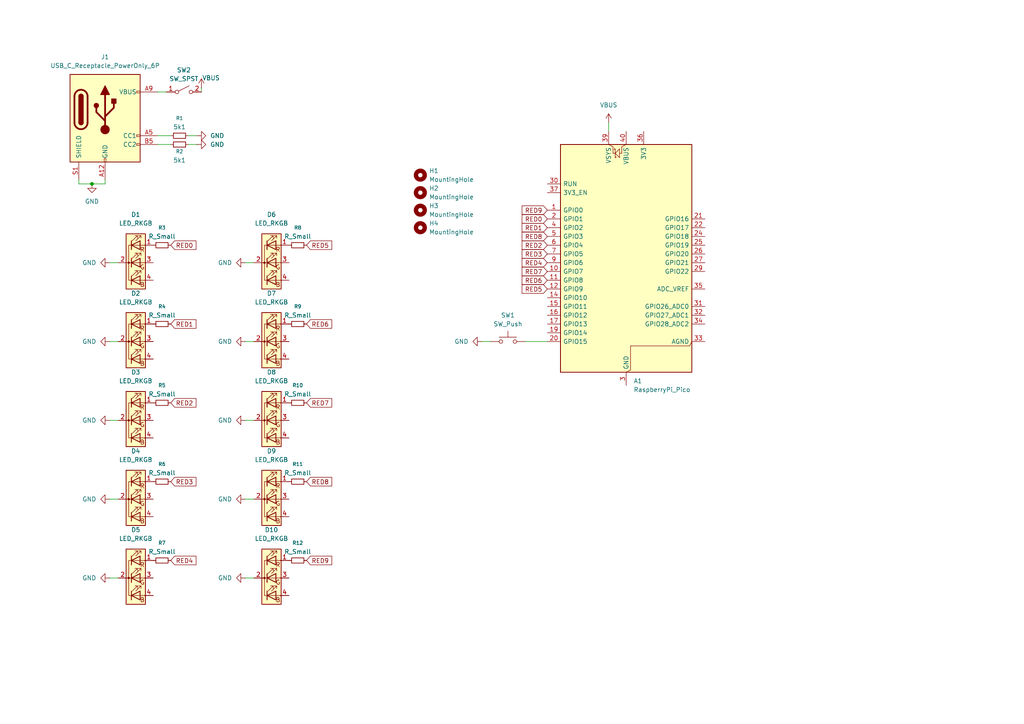
<source format=kicad_sch>
(kicad_sch (version 20250114) (generator "eeschema") (generator_version "9.0")
  (paper "A4")
  (lib_symbols
    (symbol "Connector:USB_C_Receptacle_PowerOnly_6P" (pin_names (offset 1.016))
      (property "Reference" "J" (at 0 16.51 0))
      (property "Value" "USB_C_Receptacle_PowerOnly_6P" (at 0 13.97 0))
      (symbol "USB_C_Receptacle_PowerOnly_6P_0_0"
        (rectangle (start -0.254 -12.7) (end 0.254 -11.684))
        (rectangle (start 10.16 7.874) (end 9.144 7.366))
        (rectangle (start 10.16 -4.826) (end 9.144 -5.334))
        (rectangle (start 10.16 -7.366) (end 9.144 -7.874))
      )
      (symbol "USB_C_Receptacle_PowerOnly_6P_0_1"
        (rectangle (start -10.16 12.7) (end 10.16 -12.7) (stroke (width 0.254)) (fill (type background)))
        (polyline (pts (xy -8.89 -1.27) (xy -8.89 6.35)) (stroke (width 0.508)))
        (rectangle (start -7.62 -1.27) (end -6.35 6.35) (stroke (width 0.254)) (fill (type outline)))
        (arc (start -7.62 6.35) (mid -6.985 6.9823) (end -6.35 6.35) (stroke (width 0.254)))
        (arc (start -7.62 6.35) (mid -6.985 6.9823) (end -6.35 6.35) (stroke (width 0.254)) (fill (type outline)))
        (arc (start -8.89 6.35) (mid -6.985 8.2467) (end -5.08 6.35) (stroke (width 0.508)))
        (arc (start -5.08 -1.27) (mid -6.985 -3.1667) (end -8.89 -1.27) (stroke (width 0.508)))
        (arc (start -6.35 -1.27) (mid -6.985 -1.9023) (end -7.62 -1.27) (stroke (width 0.254)))
        (arc (start -6.35 -1.27) (mid -6.985 -1.9023) (end -7.62 -1.27) (stroke (width 0.254)) (fill (type outline)))
        (polyline (pts (xy -5.08 6.35) (xy -5.08 -1.27)) (stroke (width 0.508)))
        (circle (center -2.54 3.683) (radius 0.635) (stroke (width 0.254)) (fill (type outline)))
        (polyline (pts (xy -1.27 6.858) (xy 0 9.398) (xy 1.27 6.858) (xy -1.27 6.858)) (stroke (width 0.254)) (fill (type outline)))
        (polyline (pts (xy 0 0.508) (xy 2.54 3.048) (xy 2.54 4.318)) (stroke (width 0.508)))
        (polyline (pts (xy 0 -0.762) (xy -2.54 1.778) (xy -2.54 3.048)) (stroke (width 0.508)))
        (polyline (pts (xy 0 -3.302) (xy 0 6.858)) (stroke (width 0.508)))
        (circle (center 0 -3.302) (radius 1.27) (fill (type outline)))
        (rectangle (start 1.905 4.318) (end 3.175 5.588) (stroke (width 0.254)) (fill (type outline)))
      )
      (symbol "USB_C_Receptacle_PowerOnly_6P_1_1"
        (pin passive line (at -7.62 -17.78 90) (length 5.08) (name "SHIELD") (number "S1"))
        (pin passive line (at 0 -17.78 90) (length 5.08) (name "GND") (number "A12"))
        (pin passive line (at 0 -17.78 90) (length 5.08) (hide yes) (name "GND") (number "B12"))
        (pin passive line (at 15.24 7.62 180) (length 5.08) (name "VBUS") (number "A9"))
        (pin passive line (at 15.24 7.62 180) (length 5.08) (hide yes) (name "VBUS") (number "B9"))
        (pin bidirectional line (at 15.24 -5.08 180) (length 5.08) (name "CC1") (number "A5"))
        (pin bidirectional line (at 15.24 -7.62 180) (length 5.08) (name "CC2") (number "B5"))
      )
    )
    (symbol "Device:LED_RKGB" (pin_names (offset 0) (hide yes))
      (property "Reference" "D" (at 0 9.398 0))
      (property "Value" "LED_RKGB" (at 0 -8.89 0))
      (symbol "LED_RKGB_0_0"
        (text "R" (at 1.905 3.81 0) (effects (font (size 1.27 1.27))))
        (text "G" (at 1.905 -1.27 0) (effects (font (size 1.27 1.27))))
        (text "B" (at 1.905 -6.35 0) (effects (font (size 1.27 1.27))))
      )
      (symbol "LED_RKGB_0_1"
        (circle (center -2.032 0) (radius 0.254) (fill (type outline)))
        (polyline (pts (xy -1.27 6.35) (xy -1.27 3.81)) (stroke (width 0.254)))
        (polyline (pts (xy -1.27 6.35) (xy -1.27 3.81) (xy -1.27 3.81)))
        (polyline (pts (xy -1.27 5.08) (xy 1.27 5.08)))
        (polyline (pts (xy -1.27 5.08) (xy -2.032 5.08) (xy -2.032 -5.08) (xy -1.016 -5.08)))
        (polyline (pts (xy -1.27 1.27) (xy -1.27 -1.27)) (stroke (width 0.254)))
        (polyline (pts (xy -1.27 1.27) (xy -1.27 -1.27) (xy -1.27 -1.27)))
        (polyline (pts (xy -1.27 0) (xy -2.54 0)))
        (polyline (pts (xy -1.27 -3.81) (xy -1.27 -6.35)) (stroke (width 0.254)))
        (polyline (pts (xy -1.27 -5.08) (xy 1.27 -5.08)))
        (polyline (pts (xy -1.016 6.35) (xy 0.508 7.874) (xy -0.254 7.874) (xy 0.508 7.874) (xy 0.508 7.112)))
        (polyline (pts (xy -1.016 1.27) (xy 0.508 2.794) (xy -0.254 2.794) (xy 0.508 2.794) (xy 0.508 2.032)))
        (polyline (pts (xy -1.016 -3.81) (xy 0.508 -2.286) (xy -0.254 -2.286) (xy 0.508 -2.286) (xy 0.508 -3.048)))
        (polyline (pts (xy 0 6.35) (xy 1.524 7.874) (xy 0.762 7.874) (xy 1.524 7.874) (xy 1.524 7.112)))
        (polyline (pts (xy 0 1.27) (xy 1.524 2.794) (xy 0.762 2.794) (xy 1.524 2.794) (xy 1.524 2.032)))
        (polyline (pts (xy 0 -3.81) (xy 1.524 -2.286) (xy 0.762 -2.286) (xy 1.524 -2.286) (xy 1.524 -3.048)))
        (polyline (pts (xy 1.27 6.35) (xy 1.27 3.81) (xy -1.27 5.08) (xy 1.27 6.35)) (stroke (width 0.254)))
        (rectangle (start 1.27 6.35) (end 1.27 6.35))
        (polyline (pts (xy 1.27 5.08) (xy 2.54 5.08)))
        (rectangle (start 1.27 3.81) (end 1.27 6.35))
        (polyline (pts (xy 1.27 1.27) (xy 1.27 -1.27) (xy -1.27 0) (xy 1.27 1.27)) (stroke (width 0.254)))
        (rectangle (start 1.27 1.27) (end 1.27 1.27))
        (polyline (pts (xy 1.27 0) (xy -1.27 0)))
        (polyline (pts (xy 1.27 0) (xy 2.54 0)))
        (rectangle (start 1.27 -1.27) (end 1.27 1.27))
        (polyline (pts (xy 1.27 -3.81) (xy 1.27 -6.35) (xy -1.27 -5.08) (xy 1.27 -3.81)) (stroke (width 0.254)))
        (polyline (pts (xy 1.27 -5.08) (xy 2.54 -5.08)))
        (rectangle (start 2.794 8.382) (end -2.794 -7.62) (stroke (width 0.254)) (fill (type background)))
      )
      (symbol "LED_RKGB_1_1"
        (pin passive line (at -5.08 0 0) (length 2.54) (name "K") (number "2"))
        (pin passive line (at 5.08 5.08 180) (length 2.54) (name "RA") (number "1"))
        (pin passive line (at 5.08 0 180) (length 2.54) (name "GA") (number "3"))
        (pin passive line (at 5.08 -5.08 180) (length 2.54) (name "BA") (number "4"))
      )
    )
    (symbol "Device:R_Small" (pin_numbers (hide yes)) (pin_names (offset 0.254) (hide yes))
      (property "Reference" "R" (at 0 0 90))
      (property "Value" "R_Small" (at 1.778 0 90))
      (symbol "R_Small_0_1"
        (rectangle (start -0.762 1.778) (end 0.762 -1.778) (stroke (width 0.2032)))
      )
      (symbol "R_Small_1_1"
        (pin passive line (at 0 2.54 270) (length 0.762) (name "~") (number "1"))
        (pin passive line (at 0 -2.54 90) (length 0.762) (name "~") (number "2"))
      )
    )
    (symbol "MCU_Module:RaspberryPi_Pico" (pin_names (offset 0.762))
      (property "Reference" "A" (at -19.05 35.56 0))
      (property "Value" "RaspberryPi_Pico" (at 7.62 35.56 0))
      (symbol "RaspberryPi_Pico_0_1"
        (rectangle (start -19.05 34.29) (end 19.05 -31.75) (stroke (width 0.254)) (fill (type background)))
        (polyline (pts (xy -5.08 34.29) (xy -3.81 33.655) (xy -3.81 31.75) (xy -3.175 31.75)))
        (polyline (pts (xy -3.429 32.766) (xy -3.429 33.02) (xy -3.175 33.02) (xy -3.175 30.48) (xy -2.921 30.48) (xy -2.921 30.734)))
        (polyline (pts (xy -3.175 31.75) (xy -1.905 33.02) (xy -1.905 30.48) (xy -3.175 31.75)))
        (polyline (pts (xy 0 34.29) (xy -1.27 33.655) (xy -1.27 31.75) (xy -1.905 31.75)))
        (polyline (pts (xy 0 -31.75) (xy 1.27 -31.115) (xy 1.27 -24.13) (xy 18.415 -24.13) (xy 19.05 -22.86)))
      )
      (symbol "RaspberryPi_Pico_1_1"
        (pin passive line (at -22.86 22.86 0) (length 3.81) (name "RUN") (number "30"))
        (pin passive line (at -22.86 20.32 0) (length 3.81) (name "3V3_EN") (number "37"))
        (pin bidirectional line (at -22.86 15.24 0) (length 3.81) (name "GPIO0") (number "1"))
        (pin bidirectional line (at -22.86 12.7 0) (length 3.81) (name "GPIO1") (number "2"))
        (pin bidirectional line (at -22.86 10.16 0) (length 3.81) (name "GPIO2") (number "4"))
        (pin bidirectional line (at -22.86 7.62 0) (length 3.81) (name "GPIO3") (number "5"))
        (pin bidirectional line (at -22.86 5.08 0) (length 3.81) (name "GPIO4") (number "6"))
        (pin bidirectional line (at -22.86 2.54 0) (length 3.81) (name "GPIO5") (number "7"))
        (pin bidirectional line (at -22.86 0 0) (length 3.81) (name "GPIO6") (number "9"))
        (pin bidirectional line (at -22.86 -2.54 0) (length 3.81) (name "GPIO7") (number "10"))
        (pin bidirectional line (at -22.86 -5.08 0) (length 3.81) (name "GPIO8") (number "11"))
        (pin bidirectional line (at -22.86 -7.62 0) (length 3.81) (name "GPIO9") (number "12"))
        (pin bidirectional line (at -22.86 -10.16 0) (length 3.81) (name "GPIO10") (number "14"))
        (pin bidirectional line (at -22.86 -12.7 0) (length 3.81) (name "GPIO11") (number "15"))
        (pin bidirectional line (at -22.86 -15.24 0) (length 3.81) (name "GPIO12") (number "16"))
        (pin bidirectional line (at -22.86 -17.78 0) (length 3.81) (name "GPIO13") (number "17"))
        (pin bidirectional line (at -22.86 -20.32 0) (length 3.81) (name "GPIO14") (number "19"))
        (pin bidirectional line (at -22.86 -22.86 0) (length 3.81) (name "GPIO15") (number "20"))
        (pin power_in line (at -5.08 38.1 270) (length 3.81) (name "VSYS") (number "39"))
        (pin power_out line (at 0 38.1 270) (length 3.81) (name "VBUS") (number "40"))
        (pin passive line (at 0 -35.56 90) (length 3.81) (hide yes) (name "GND") (number "13"))
        (pin passive line (at 0 -35.56 90) (length 3.81) (hide yes) (name "GND") (number "18"))
        (pin passive line (at 0 -35.56 90) (length 3.81) (hide yes) (name "GND") (number "23"))
        (pin passive line (at 0 -35.56 90) (length 3.81) (hide yes) (name "GND") (number "28"))
        (pin power_out line (at 0 -35.56 90) (length 3.81) (name "GND") (number "3"))
        (pin passive line (at 0 -35.56 90) (length 3.81) (hide yes) (name "GND") (number "38"))
        (pin passive line (at 0 -35.56 90) (length 3.81) (hide yes) (name "GND") (number "8"))
        (pin power_out line (at 5.08 38.1 270) (length 3.81) (name "3V3") (number "36"))
        (pin bidirectional line (at 22.86 12.7 180) (length 3.81) (name "GPIO16") (number "21"))
        (pin bidirectional line (at 22.86 10.16 180) (length 3.81) (name "GPIO17") (number "22"))
        (pin bidirectional line (at 22.86 7.62 180) (length 3.81) (name "GPIO18") (number "24"))
        (pin bidirectional line (at 22.86 5.08 180) (length 3.81) (name "GPIO19") (number "25"))
        (pin bidirectional line (at 22.86 2.54 180) (length 3.81) (name "GPIO20") (number "26"))
        (pin bidirectional line (at 22.86 0 180) (length 3.81) (name "GPIO21") (number "27"))
        (pin bidirectional line (at 22.86 -2.54 180) (length 3.81) (name "GPIO22") (number "29"))
        (pin power_in line (at 22.86 -7.62 180) (length 3.81) (name "ADC_VREF") (number "35"))
        (pin bidirectional line (at 22.86 -12.7 180) (length 3.81) (name "GPIO26_ADC0") (number "31"))
        (pin bidirectional line (at 22.86 -15.24 180) (length 3.81) (name "GPIO27_ADC1") (number "32"))
        (pin bidirectional line (at 22.86 -17.78 180) (length 3.81) (name "GPIO28_ADC2") (number "34"))
        (pin power_out line (at 22.86 -22.86 180) (length 3.81) (name "AGND") (number "33"))
      )
    )
    (symbol "Mechanical:MountingHole" (pin_names (offset 1.016)) (in_bom no)
      (property "Reference" "H" (at 0 5.08 0))
      (property "Value" "MountingHole" (at 0 3.175 0))
      (symbol "MountingHole_0_1"
        (circle (center 0 0) (radius 1.27) (stroke (width 1.27)))
      )
    )
    (symbol "Switch:SW_Push" (pin_numbers (hide yes)) (pin_names (offset 1.016) (hide yes))
      (property "Reference" "SW" (at 1.27 2.54 0))
      (property "Value" "SW_Push" (at 0 -1.524 0))
      (symbol "SW_Push_0_1"
        (circle (center -2.032 0) (radius 0.508))
        (polyline (pts (xy 0 1.27) (xy 0 3.048)))
        (circle (center 2.032 0) (radius 0.508))
        (polyline (pts (xy 2.54 1.27) (xy -2.54 1.27)))
        (pin passive line (at -5.08 0 0) (length 2.54) (name "1") (number "1"))
        (pin passive line (at 5.08 0 180) (length 2.54) (name "2") (number "2"))
      )
    )
    (symbol "Switch:SW_SPST" (pin_names (offset 0) (hide yes))
      (property "Reference" "SW" (at 0 3.175 0))
      (property "Value" "SW_SPST" (at 0 -2.54 0))
      (symbol "SW_SPST_0_0"
        (circle (center -2.032 0) (radius 0.508))
        (polyline (pts (xy -1.524 0.254) (xy 1.524 1.778)))
        (circle (center 2.032 0) (radius 0.508))
      )
      (symbol "SW_SPST_1_1"
        (pin passive line (at -5.08 0 0) (length 2.54) (name "A") (number "1"))
        (pin passive line (at 5.08 0 180) (length 2.54) (name "B") (number "2"))
      )
    )
    (symbol "power:GND" (power) (pin_numbers (hide yes)) (pin_names (offset 0) (hide yes))
      (property "Value" "GND" (at 0 -3.81 0))
      (symbol "GND_0_1"
        (polyline (pts (xy 0 0) (xy 0 -1.27) (xy 1.27 -1.27) (xy 0 -2.54) (xy -1.27 -1.27) (xy 0 -1.27)))
      )
      (symbol "GND_1_1"
        (pin power_in line (at 0 0 270) (length 0) (name "~") (number "1"))
      )
    )
    (symbol "power:VBUS" (power) (pin_numbers (hide yes)) (pin_names (offset 0) (hide yes))
      (property "Value" "VBUS" (at 0 3.556 0))
      (symbol "VBUS_0_1"
        (polyline (pts (xy -0.762 1.27) (xy 0 2.54)))
        (polyline (pts (xy 0 2.54) (xy 0.762 1.27)))
        (polyline (pts (xy 0 0) (xy 0 2.54)))
      )
      (symbol "VBUS_1_1"
        (pin power_in line (at 0 0 90) (length 0) (name "~") (number "1"))
      )
    )
  )
  (junction (at 26.67 53.34))
  (wire (pts (xy 73.66 99.06) (xy 71.12 99.06)))
  (wire (pts (xy 22.86 52.07) (xy 22.86 53.34)))
  (wire (pts (xy 22.86 53.34) (xy 26.67 53.34)))
  (wire (pts (xy 34.29 99.06) (xy 31.75 99.06)))
  (wire (pts (xy 34.29 167.64) (xy 31.75 167.64)))
  (wire (pts (xy 45.72 39.37) (xy 49.53 39.37)))
  (wire (pts (xy 34.29 144.78) (xy 31.75 144.78)))
  (wire (pts (xy 30.48 53.34) (xy 30.48 52.07)))
  (wire (pts (xy 73.66 76.2) (xy 71.12 76.2)))
  (wire (pts (xy 73.66 121.92) (xy 71.12 121.92)))
  (wire (pts (xy 34.29 121.92) (xy 31.75 121.92)))
  (wire (pts (xy 26.67 53.34) (xy 30.48 53.34)))
  (wire (pts (xy 158.75 99.06) (xy 152.4 99.06)))
  (wire (pts (xy 73.66 167.64) (xy 71.12 167.64)))
  (wire (pts (xy 34.29 76.2) (xy 31.75 76.2)))
  (wire (pts (xy 58.42 26.67) (xy 58.42 25.4)))
  (wire (pts (xy 54.61 39.37) (xy 57.15 39.37)))
  (wire (pts (xy 142.24 99.06) (xy 139.7 99.06)))
  (wire (pts (xy 73.66 144.78) (xy 71.12 144.78)))
  (wire (pts (xy 176.53 35.56) (xy 176.53 38.1)))
  (wire (pts (xy 45.72 41.91) (xy 49.53 41.91)))
  (wire (pts (xy 45.72 26.67) (xy 48.26 26.67)))
  (wire (pts (xy 54.61 41.91) (xy 57.15 41.91)))
  (global_label "RED0" (shape input) (at 49.53 71.12 0) (property "Intersheetrefs" "${INTERSHEET_REFS}" (effects (hide yes))))
  (global_label "RED2" (shape input) (at 158.75 71.12 180) (property "Intersheetrefs" "${INTERSHEET_REFS}" (effects (hide yes))))
  (global_label "RED6" (shape input) (at 158.75 81.28 180) (property "Intersheetrefs" "${INTERSHEET_REFS}" (effects (hide yes))))
  (global_label "RED2" (shape input) (at 49.53 116.84 0) (property "Intersheetrefs" "${INTERSHEET_REFS}" (effects (hide yes))))
  (global_label "RED4" (shape input) (at 158.75 76.2 180) (property "Intersheetrefs" "${INTERSHEET_REFS}" (effects (hide yes))))
  (global_label "RED7" (shape input) (at 88.9 116.84 0) (property "Intersheetrefs" "${INTERSHEET_REFS}" (effects (hide yes))))
  (global_label "RED3" (shape input) (at 158.75 73.66 180) (property "Intersheetrefs" "${INTERSHEET_REFS}" (effects (hide yes))))
  (global_label "RED4" (shape input) (at 49.53 162.56 0) (property "Intersheetrefs" "${INTERSHEET_REFS}" (effects (hide yes))))
  (global_label "RED5" (shape input) (at 88.9 71.12 0) (property "Intersheetrefs" "${INTERSHEET_REFS}" (effects (hide yes))))
  (global_label "RED7" (shape input) (at 158.75 78.74 180) (property "Intersheetrefs" "${INTERSHEET_REFS}" (effects (hide yes))))
  (global_label "RED1" (shape input) (at 158.75 66.04 180) (property "Intersheetrefs" "${INTERSHEET_REFS}" (effects (hide yes))))
  (global_label "RED6" (shape input) (at 88.9 93.98 0) (property "Intersheetrefs" "${INTERSHEET_REFS}" (effects (hide yes))))
  (global_label "RED3" (shape input) (at 49.53 139.7 0) (property "Intersheetrefs" "${INTERSHEET_REFS}" (effects (hide yes))))
  (global_label "RED0" (shape input) (at 158.75 63.5 180) (property "Intersheetrefs" "${INTERSHEET_REFS}" (effects (hide yes))))
  (global_label "RED8" (shape input) (at 158.75 68.58 180) (property "Intersheetrefs" "${INTERSHEET_REFS}" (effects (hide yes))))
  (global_label "RED9" (shape input) (at 158.75 60.96 180) (property "Intersheetrefs" "${INTERSHEET_REFS}" (effects (hide yes))))
  (global_label "RED8" (shape input) (at 88.9 139.7 0) (property "Intersheetrefs" "${INTERSHEET_REFS}" (effects (hide yes))))
  (global_label "RED1" (shape input) (at 49.53 93.98 0) (property "Intersheetrefs" "${INTERSHEET_REFS}" (effects (hide yes))))
  (global_label "RED5" (shape input) (at 158.75 83.82 180) (property "Intersheetrefs" "${INTERSHEET_REFS}" (effects (hide yes))))
  (global_label "RED9" (shape input) (at 88.9 162.56 0) (property "Intersheetrefs" "${INTERSHEET_REFS}" (effects (hide yes))))
  (symbol (lib_id "Device:LED_RKGB") (at 39.37 144.78 0) (unit 1)
    (property "Reference" "D4" (at 39.37 130.81 0))
    (property "Value" "LED_RKGB" (at 39.37 133.35 0))
    (property "Footprint" "LED_THT:LED_D5.0mm-4_RGB" (effects (hide yes)))
    (property "Description" "RGB LED, red/cathode/green/blue" (effects (hide yes)))
  )
  (symbol (lib_id "Device:LED_RKGB") (at 78.74 167.64 0) (unit 1)
    (property "Reference" "D10" (at 78.74 153.67 0))
    (property "Value" "LED_RKGB" (at 78.74 156.21 0))
    (property "Footprint" "LED_THT:LED_D5.0mm-4_RGB" (effects (hide yes)))
    (property "Description" "RGB LED, red/cathode/green/blue" (effects (hide yes)))
  )
  (symbol (lib_id "Device:R_Small") (at 86.36 93.98 90) (unit 1)
    (property "Reference" "R9" (at 86.36 88.9 90) (effects (font (size 1.016 1.016))))
    (property "Value" "R_Small" (at 86.36 91.44 90))
    (property "Footprint" "Resistor_SMD:R_1812_4532Metric_Pad1.30x3.40mm_HandSolder" (effects (hide yes)))
    (property "Description" "Resistor, small symbol" (effects (hide yes)))
  )
  (symbol (lib_id "Mechanical:MountingHole") (at 121.92 66.04 0) (unit 1) (in_bom no)
    (property "Reference" "H4" (at 124.46 64.7699 0) (effects (justify left)))
    (property "Value" "MountingHole" (at 124.46 67.3099 0) (effects (justify left)))
    (property "Footprint" "MountingHole:MountingHole_3mm" (effects (hide yes)))
    (property "Description" "Mounting Hole without connection" (effects (hide yes)))
  )
  (symbol (lib_id "Device:R_Small") (at 46.99 116.84 90) (unit 1)
    (property "Reference" "R5" (at 46.99 111.76 90) (effects (font (size 1.016 1.016))))
    (property "Value" "R_Small" (at 46.99 114.3 90))
    (property "Footprint" "Resistor_SMD:R_1812_4532Metric_Pad1.30x3.40mm_HandSolder" (effects (hide yes)))
    (property "Description" "Resistor, small symbol" (effects (hide yes)))
  )
  (symbol (lib_id "power:GND") (at 71.12 144.78 270) (unit 1)
    (property "Reference" "#PWR015" (effects (hide yes)))
    (property "Value" "GND" (at 67.31 144.7801 90) (effects (justify right)))
    (property "Description" "Power symbol creates a global label with name \"GND\" , ground" (effects (hide yes)))
  )
  (symbol (lib_id "power:GND") (at 26.67 53.34 0) (unit 1)
    (property "Reference" "#PWR03" (effects (hide yes)))
    (property "Value" "GND" (at 26.67 58.42 0))
    (property "Description" "Power symbol creates a global label with name \"GND\" , ground" (effects (hide yes)))
  )
  (symbol (lib_id "Device:R_Small") (at 46.99 162.56 90) (unit 1)
    (property "Reference" "R7" (at 46.99 157.48 90) (effects (font (size 1.016 1.016))))
    (property "Value" "R_Small" (at 46.99 160.02 90))
    (property "Footprint" "Resistor_SMD:R_1812_4532Metric_Pad1.30x3.40mm_HandSolder" (effects (hide yes)))
    (property "Description" "Resistor, small symbol" (effects (hide yes)))
  )
  (symbol (lib_id "power:VBUS") (at 58.42 25.4 0) (unit 1)
    (property "Reference" "#PWR04" (effects (hide yes)))
    (property "Value" "VBUS" (at 61.214 22.606 0))
    (property "Description" "Power symbol creates a global label with name \"VBUS\"" (effects (hide yes)))
  )
  (symbol (lib_id "Device:R_Small") (at 86.36 71.12 90) (unit 1)
    (property "Reference" "R8" (at 86.36 66.04 90) (effects (font (size 1.016 1.016))))
    (property "Value" "R_Small" (at 86.36 68.58 90))
    (property "Footprint" "Resistor_SMD:R_1812_4532Metric_Pad1.30x3.40mm_HandSolder" (effects (hide yes)))
    (property "Description" "Resistor, small symbol" (effects (hide yes)))
  )
  (symbol (lib_id "power:GND") (at 139.7 99.06 270) (unit 1)
    (property "Reference" "#PWR06" (effects (hide yes)))
    (property "Value" "GND" (at 135.89 99.0601 90) (effects (justify right)))
    (property "Description" "Power symbol creates a global label with name \"GND\" , ground" (effects (hide yes)))
  )
  (symbol (lib_id "Mechanical:MountingHole") (at 121.92 60.96 0) (unit 1) (in_bom no)
    (property "Reference" "H3" (at 124.46 59.6899 0) (effects (justify left)))
    (property "Value" "MountingHole" (at 124.46 62.2299 0) (effects (justify left)))
    (property "Footprint" "MountingHole:MountingHole_3mm" (effects (hide yes)))
    (property "Description" "Mounting Hole without connection" (effects (hide yes)))
  )
  (symbol (lib_id "Device:R_Small") (at 52.07 39.37 90) (unit 1)
    (property "Reference" "R1" (at 52.07 34.29 90) (effects (font (size 1.016 1.016))))
    (property "Value" "5k1" (at 52.07 36.83 90))
    (property "Footprint" "Resistor_SMD:R_1210_3225Metric_Pad1.30x2.65mm_HandSolder" (effects (hide yes)))
    (property "Description" "Resistor, small symbol" (effects (hide yes)))
  )
  (symbol (lib_id "Device:R_Small") (at 52.07 41.91 270) (unit 1)
    (property "Reference" "R2" (at 52.07 43.942 90) (effects (font (size 1.016 1.016))))
    (property "Value" "5k1" (at 52.07 46.482 90))
    (property "Footprint" "Resistor_SMD:R_1210_3225Metric_Pad1.30x2.65mm_HandSolder" (effects (hide yes)))
    (property "Description" "Resistor, small symbol" (effects (hide yes)))
  )
  (symbol (lib_id "Device:LED_RKGB") (at 78.74 144.78 0) (unit 1)
    (property "Reference" "D9" (at 78.74 130.81 0))
    (property "Value" "LED_RKGB" (at 78.74 133.35 0))
    (property "Footprint" "LED_THT:LED_D5.0mm-4_RGB" (effects (hide yes)))
    (property "Description" "RGB LED, red/cathode/green/blue" (effects (hide yes)))
  )
  (symbol (lib_id "Connector:USB_C_Receptacle_PowerOnly_6P") (at 30.48 34.29 0) (unit 1)
    (property "Reference" "J1" (at 30.48 16.51 0))
    (property "Value" "USB_C_Receptacle_PowerOnly_6P" (at 30.48 19.05 0))
    (property "Footprint" "Connector_USB:USB_C_Receptacle_GCT_USB4125-xx-x_6P_TopMnt_Horizontal" (effects (hide yes)))
    (property "Datasheet" "https://www.usb.org/sites/default/files/documents/usb_type-c.zip" (effects (hide yes)))
    (property "Description" "USB Power-Only 6P Type-C Receptacle connector" (effects (hide yes)))
  )
  (symbol (lib_id "power:GND") (at 31.75 144.78 270) (unit 1)
    (property "Reference" "#PWR010" (effects (hide yes)))
    (property "Value" "GND" (at 27.94 144.7801 90) (effects (justify right)))
    (property "Description" "Power symbol creates a global label with name \"GND\" , ground" (effects (hide yes)))
  )
  (symbol (lib_id "power:GND") (at 31.75 167.64 270) (unit 1)
    (property "Reference" "#PWR011" (effects (hide yes)))
    (property "Value" "GND" (at 27.94 167.6401 90) (effects (justify right)))
    (property "Description" "Power symbol creates a global label with name \"GND\" , ground" (effects (hide yes)))
  )
  (symbol (lib_id "Device:R_Small") (at 46.99 71.12 90) (unit 1)
    (property "Reference" "R3" (at 46.99 66.04 90) (effects (font (size 1.016 1.016))))
    (property "Value" "R_Small" (at 46.99 68.58 90))
    (property "Footprint" "Resistor_SMD:R_1812_4532Metric_Pad1.30x3.40mm_HandSolder" (effects (hide yes)))
    (property "Description" "Resistor, small symbol" (effects (hide yes)))
  )
  (symbol (lib_id "Switch:SW_Push") (at 147.32 99.06 0) (unit 1)
    (property "Reference" "SW1" (at 147.32 91.44 0))
    (property "Value" "SW_Push" (at 147.32 93.98 0))
    (property "Footprint" "Button_Switch_THT:SW_PUSH_6mm_H4.3mm" (effects (hide yes)))
    (property "Description" "Push button switch, generic, two pins" (effects (hide yes)))
  )
  (symbol (lib_id "power:GND") (at 57.15 41.91 90) (unit 1)
    (property "Reference" "#PWR01" (effects (hide yes)))
    (property "Value" "GND" (at 60.96 41.9099 90) (effects (justify right)))
    (property "Description" "Power symbol creates a global label with name \"GND\" , ground" (effects (hide yes)))
  )
  (symbol (lib_id "Device:R_Small") (at 46.99 93.98 90) (unit 1)
    (property "Reference" "R4" (at 46.99 88.9 90) (effects (font (size 1.016 1.016))))
    (property "Value" "R_Small" (at 46.99 91.44 90))
    (property "Footprint" "Resistor_SMD:R_1812_4532Metric_Pad1.30x3.40mm_HandSolder" (effects (hide yes)))
    (property "Description" "Resistor, small symbol" (effects (hide yes)))
  )
  (symbol (lib_id "Device:LED_RKGB") (at 39.37 76.2 0) (unit 1)
    (property "Reference" "D1" (at 39.37 62.23 0))
    (property "Value" "LED_RKGB" (at 39.37 64.77 0))
    (property "Footprint" "LED_THT:LED_D5.0mm-4_RGB" (effects (hide yes)))
    (property "Description" "RGB LED, red/cathode/green/blue" (effects (hide yes)))
  )
  (symbol (lib_id "Device:LED_RKGB") (at 78.74 121.92 0) (unit 1)
    (property "Reference" "D8" (at 78.74 107.95 0))
    (property "Value" "LED_RKGB" (at 78.74 110.49 0))
    (property "Footprint" "LED_THT:LED_D5.0mm-4_RGB" (effects (hide yes)))
    (property "Description" "RGB LED, red/cathode/green/blue" (effects (hide yes)))
  )
  (symbol (lib_id "Device:R_Small") (at 86.36 139.7 90) (unit 1)
    (property "Reference" "R11" (at 86.36 134.62 90) (effects (font (size 1.016 1.016))))
    (property "Value" "R_Small" (at 86.36 137.16 90))
    (property "Footprint" "Resistor_SMD:R_1812_4532Metric_Pad1.30x3.40mm_HandSolder" (effects (hide yes)))
    (property "Description" "Resistor, small symbol" (effects (hide yes)))
  )
  (symbol (lib_id "MCU_Module:RaspberryPi_Pico") (at 181.61 76.2 0) (unit 1)
    (property "Reference" "A1" (at 183.7533 110.49 0) (effects (justify left)))
    (property "Value" "RaspberryPi_Pico" (at 183.7533 113.03 0) (effects (justify left)))
    (property "Footprint" "Module:RaspberryPi_Pico_Common_Unspecified" (effects (hide yes)))
    (property "Datasheet" "https://datasheets.raspberrypi.com/pico/pico-datasheet.pdf" (effects (hide yes)))
    (property "Description" "Versatile and inexpensive microcontroller module powered by RP2040 dual-core Arm Cortex-M0+ processor up to 133 MHz, 264kB SRAM, 2MB QSPI flash; also supports Raspberry Pi Pico 2" (effects (hide yes)))
  )
  (symbol (lib_id "Device:LED_RKGB") (at 39.37 121.92 0) (unit 1)
    (property "Reference" "D3" (at 39.37 107.95 0))
    (property "Value" "LED_RKGB" (at 39.37 110.49 0))
    (property "Footprint" "LED_THT:LED_D5.0mm-4_RGB" (effects (hide yes)))
    (property "Description" "RGB LED, red/cathode/green/blue" (effects (hide yes)))
  )
  (symbol (lib_id "power:GND") (at 31.75 121.92 270) (unit 1)
    (property "Reference" "#PWR09" (effects (hide yes)))
    (property "Value" "GND" (at 27.94 121.9201 90) (effects (justify right)))
    (property "Description" "Power symbol creates a global label with name \"GND\" , ground" (effects (hide yes)))
  )
  (symbol (lib_id "power:GND") (at 31.75 76.2 270) (unit 1)
    (property "Reference" "#PWR07" (effects (hide yes)))
    (property "Value" "GND" (at 27.94 76.2001 90) (effects (justify right)))
    (property "Description" "Power symbol creates a global label with name \"GND\" , ground" (effects (hide yes)))
  )
  (symbol (lib_id "Device:LED_RKGB") (at 39.37 99.06 0) (unit 1)
    (property "Reference" "D2" (at 39.37 85.09 0))
    (property "Value" "LED_RKGB" (at 39.37 87.63 0))
    (property "Footprint" "LED_THT:LED_D5.0mm-4_RGB" (effects (hide yes)))
    (property "Description" "RGB LED, red/cathode/green/blue" (effects (hide yes)))
  )
  (symbol (lib_id "power:GND") (at 71.12 76.2 270) (unit 1)
    (property "Reference" "#PWR012" (effects (hide yes)))
    (property "Value" "GND" (at 67.31 76.2001 90) (effects (justify right)))
    (property "Description" "Power symbol creates a global label with name \"GND\" , ground" (effects (hide yes)))
  )
  (symbol (lib_id "Device:R_Small") (at 86.36 162.56 90) (unit 1)
    (property "Reference" "R12" (at 86.36 157.48 90) (effects (font (size 1.016 1.016))))
    (property "Value" "R_Small" (at 86.36 160.02 90))
    (property "Footprint" "Resistor_SMD:R_1812_4532Metric_Pad1.30x3.40mm_HandSolder" (effects (hide yes)))
    (property "Description" "Resistor, small symbol" (effects (hide yes)))
  )
  (symbol (lib_id "Device:LED_RKGB") (at 39.37 167.64 0) (unit 1)
    (property "Reference" "D5" (at 39.37 153.67 0))
    (property "Value" "LED_RKGB" (at 39.37 156.21 0))
    (property "Footprint" "LED_THT:LED_D5.0mm-4_RGB" (effects (hide yes)))
    (property "Description" "RGB LED, red/cathode/green/blue" (effects (hide yes)))
  )
  (symbol (lib_id "Device:R_Small") (at 86.36 116.84 90) (unit 1)
    (property "Reference" "R10" (at 86.36 111.76 90) (effects (font (size 1.016 1.016))))
    (property "Value" "R_Small" (at 86.36 114.3 90))
    (property "Footprint" "Resistor_SMD:R_1812_4532Metric_Pad1.30x3.40mm_HandSolder" (effects (hide yes)))
    (property "Description" "Resistor, small symbol" (effects (hide yes)))
  )
  (symbol (lib_id "power:GND") (at 71.12 99.06 270) (unit 1)
    (property "Reference" "#PWR013" (effects (hide yes)))
    (property "Value" "GND" (at 67.31 99.0601 90) (effects (justify right)))
    (property "Description" "Power symbol creates a global label with name \"GND\" , ground" (effects (hide yes)))
  )
  (symbol (lib_id "power:GND") (at 71.12 167.64 270) (unit 1)
    (property "Reference" "#PWR016" (effects (hide yes)))
    (property "Value" "GND" (at 67.31 167.6401 90) (effects (justify right)))
    (property "Description" "Power symbol creates a global label with name \"GND\" , ground" (effects (hide yes)))
  )
  (symbol (lib_id "power:GND") (at 31.75 99.06 270) (unit 1)
    (property "Reference" "#PWR08" (effects (hide yes)))
    (property "Value" "GND" (at 27.94 99.0601 90) (effects (justify right)))
    (property "Description" "Power symbol creates a global label with name \"GND\" , ground" (effects (hide yes)))
  )
  (symbol (lib_id "power:VBUS") (at 176.53 35.56 0) (unit 1)
    (property "Reference" "#PWR05" (effects (hide yes)))
    (property "Value" "VBUS" (at 176.53 30.48 0))
    (property "Description" "Power symbol creates a global label with name \"VBUS\"" (effects (hide yes)))
  )
  (symbol (lib_id "power:GND") (at 57.15 39.37 90) (unit 1)
    (property "Reference" "#PWR02" (effects (hide yes)))
    (property "Value" "GND" (at 60.96 39.3699 90) (effects (justify right)))
    (property "Description" "Power symbol creates a global label with name \"GND\" , ground" (effects (hide yes)))
  )
  (symbol (lib_id "Mechanical:MountingHole") (at 121.92 55.88 0) (unit 1) (in_bom no)
    (property "Reference" "H2" (at 124.46 54.6099 0) (effects (justify left)))
    (property "Value" "MountingHole" (at 124.46 57.1499 0) (effects (justify left)))
    (property "Footprint" "MountingHole:MountingHole_3mm" (effects (hide yes)))
    (property "Description" "Mounting Hole without connection" (effects (hide yes)))
  )
  (symbol (lib_id "Mechanical:MountingHole") (at 121.92 50.8 0) (unit 1) (in_bom no)
    (property "Reference" "H1" (at 124.46 49.5299 0) (effects (justify left)))
    (property "Value" "MountingHole" (at 124.46 52.0699 0) (effects (justify left)))
    (property "Footprint" "MountingHole:MountingHole_3mm" (effects (hide yes)))
    (property "Description" "Mounting Hole without connection" (effects (hide yes)))
  )
  (symbol (lib_id "Switch:SW_SPST") (at 53.34 26.67 0) (unit 1)
    (property "Reference" "SW2" (at 53.34 20.32 0))
    (property "Value" "SW_SPST" (at 53.34 22.86 0))
    (property "Footprint" "Button_Switch_THT:SW_DIP_SPSTx01_Slide_6.7x4.1mm_W7.62mm_P2.54mm_LowProfile" (effects (hide yes)))
    (property "Description" "Single Pole Single Throw (SPST) switch" (effects (hide yes)))
  )
  (symbol (lib_id "power:GND") (at 71.12 121.92 270) (unit 1)
    (property "Reference" "#PWR014" (effects (hide yes)))
    (property "Value" "GND" (at 67.31 121.9201 90) (effects (justify right)))
    (property "Description" "Power symbol creates a global label with name \"GND\" , ground" (effects (hide yes)))
  )
  (symbol (lib_id "Device:LED_RKGB") (at 78.74 76.2 0) (unit 1)
    (property "Reference" "D6" (at 78.74 62.23 0))
    (property "Value" "LED_RKGB" (at 78.74 64.77 0))
    (property "Footprint" "LED_THT:LED_D5.0mm-4_RGB" (effects (hide yes)))
    (property "Description" "RGB LED, red/cathode/green/blue" (effects (hide yes)))
  )
  (symbol (lib_id "Device:LED_RKGB") (at 78.74 99.06 0) (unit 1)
    (property "Reference" "D7" (at 78.74 85.09 0))
    (property "Value" "LED_RKGB" (at 78.74 87.63 0))
    (property "Footprint" "LED_THT:LED_D5.0mm-4_RGB" (effects (hide yes)))
    (property "Description" "RGB LED, red/cathode/green/blue" (effects (hide yes)))
  )
  (symbol (lib_id "Device:R_Small") (at 46.99 139.7 90) (unit 1)
    (property "Reference" "R6" (at 46.99 134.62 90) (effects (font (size 1.016 1.016))))
    (property "Value" "R_Small" (at 46.99 137.16 90))
    (property "Footprint" "Resistor_SMD:R_1812_4532Metric_Pad1.30x3.40mm_HandSolder" (effects (hide yes)))
    (property "Description" "Resistor, small symbol" (effects (hide yes)))
  )
)
</source>
